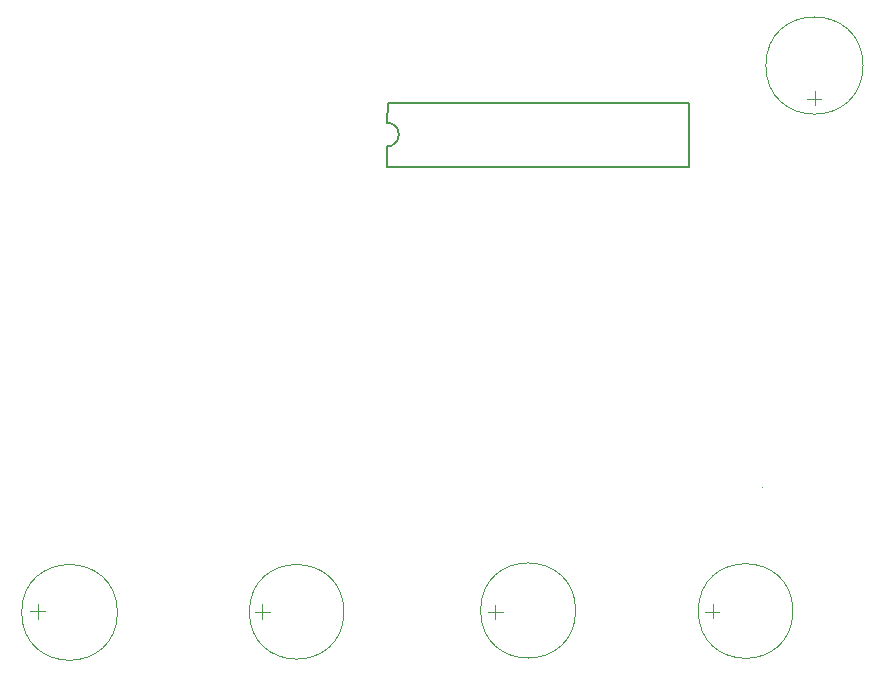
<source format=gbo>
G04 #@! TF.GenerationSoftware,KiCad,Pcbnew,(5.1.2)-1*
G04 #@! TF.CreationDate,2019-07-10T00:26:15-07:00*
G04 #@! TF.ProjectId,4Rose_t35_002a,34526f73-655f-4743-9335-5f303032612e,rev?*
G04 #@! TF.SameCoordinates,Original*
G04 #@! TF.FileFunction,Legend,Bot*
G04 #@! TF.FilePolarity,Positive*
%FSLAX46Y46*%
G04 Gerber Fmt 4.6, Leading zero omitted, Abs format (unit mm)*
G04 Created by KiCad (PCBNEW (5.1.2)-1) date 2019-07-10 00:26:15*
%MOMM*%
%LPD*%
G04 APERTURE LIST*
%ADD10C,0.101600*%
%ADD11C,0.150000*%
G04 APERTURE END LIST*
D10*
X200088500Y-121043700D02*
X200088500Y-122237500D01*
X199453500Y-121653300D02*
X200672700Y-121678700D01*
X204190678Y-118859378D02*
G75*
G03X204190678Y-118859378I-4114878J0D01*
G01*
X141060233Y-165162167D02*
G75*
G03X141060233Y-165162167I-4052633J0D01*
G01*
X160238701Y-165112700D02*
G75*
G03X160238701Y-165112700I-4003301J0D01*
G01*
X179857941Y-164998400D02*
G75*
G03X179857941Y-164998400I-4026441J0D01*
G01*
X198251735Y-165044466D02*
G75*
G03X198251735Y-165044466I-4005235J0D01*
G01*
X195605400Y-154533600D02*
X195605400Y-154508200D01*
X190817500Y-165087300D02*
X192036700Y-165112700D01*
X191452500Y-164477700D02*
X191452500Y-165671500D01*
X172402500Y-165112700D02*
X173672500Y-165112700D01*
X173037500Y-164503100D02*
X173037500Y-165722300D01*
X152679400Y-165100000D02*
X153974800Y-165100000D01*
X153339800Y-164490400D02*
X153339800Y-165709600D01*
X134950200Y-165074600D02*
X133680200Y-165074600D01*
X134315200Y-164465000D02*
X134315200Y-165709600D01*
D11*
X163918900Y-125707140D02*
G75*
G03X164886640Y-124708920I-15240J982980D01*
G01*
X164886640Y-124686060D02*
G75*
G03X163918900Y-123703080I-975360J7620D01*
G01*
X163901120Y-125763020D02*
X163921440Y-127408940D01*
X163921440Y-127408940D02*
X189423040Y-127408940D01*
X189423040Y-127408940D02*
X189423040Y-122064780D01*
X189423040Y-122064780D02*
X163934140Y-122049540D01*
X163934140Y-122049540D02*
X163911280Y-123710700D01*
M02*

</source>
